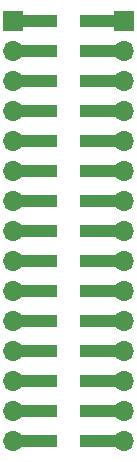
<source format=gbr>
G04 #@! TF.GenerationSoftware,KiCad,Pcbnew,5.0.0-fee4fd1~65~ubuntu17.10.1*
G04 #@! TF.CreationDate,2018-07-21T10:09:42+09:00*
G04 #@! TF.ProjectId,spacer_pcb,7370616365725F7063622E6B69636164,rev?*
G04 #@! TF.SameCoordinates,Original*
G04 #@! TF.FileFunction,Copper,L1,Top,Signal*
G04 #@! TF.FilePolarity,Positive*
%FSLAX46Y46*%
G04 Gerber Fmt 4.6, Leading zero omitted, Abs format (unit mm)*
G04 Created by KiCad (PCBNEW 5.0.0-fee4fd1~65~ubuntu17.10.1) date Sat Jul 21 10:09:42 2018*
%MOMM*%
%LPD*%
G01*
G04 APERTURE LIST*
G04 #@! TA.AperFunction,SMDPad,CuDef*
%ADD10R,3.150000X1.000000*%
G04 #@! TD*
G04 #@! TA.AperFunction,ComponentPad*
%ADD11O,1.700000X1.700000*%
G04 #@! TD*
G04 #@! TA.AperFunction,ComponentPad*
%ADD12R,1.700000X1.700000*%
G04 #@! TD*
G04 APERTURE END LIST*
D10*
G04 #@! TO.P,J2,1*
G04 #@! TO.N,Net-(J1-Pad1)*
X133375000Y-63550800D03*
G04 #@! TO.P,J2,2*
G04 #@! TO.N,Net-(J2-Pad2)*
X138425000Y-63550800D03*
G04 #@! TO.P,J2,3*
G04 #@! TO.N,Net-(J1-Pad2)*
X133375000Y-66090800D03*
G04 #@! TO.P,J2,4*
G04 #@! TO.N,Net-(J2-Pad4)*
X138425000Y-66090800D03*
G04 #@! TO.P,J2,5*
G04 #@! TO.N,Net-(J1-Pad3)*
X133375000Y-68630800D03*
G04 #@! TO.P,J2,6*
G04 #@! TO.N,Net-(J2-Pad6)*
X138425000Y-68630800D03*
G04 #@! TO.P,J2,7*
G04 #@! TO.N,Net-(J1-Pad4)*
X133375000Y-71170800D03*
G04 #@! TO.P,J2,8*
G04 #@! TO.N,Net-(J2-Pad8)*
X138425000Y-71170800D03*
G04 #@! TO.P,J2,9*
G04 #@! TO.N,Net-(J1-Pad5)*
X133375000Y-73710800D03*
G04 #@! TO.P,J2,10*
G04 #@! TO.N,Net-(J2-Pad10)*
X138425000Y-73710800D03*
G04 #@! TO.P,J2,11*
G04 #@! TO.N,Net-(J1-Pad6)*
X133375000Y-76250800D03*
G04 #@! TO.P,J2,12*
G04 #@! TO.N,Net-(J2-Pad12)*
X138425000Y-76250800D03*
G04 #@! TO.P,J2,13*
G04 #@! TO.N,Net-(J1-Pad7)*
X133375000Y-78790800D03*
G04 #@! TO.P,J2,14*
G04 #@! TO.N,Net-(J2-Pad14)*
X138425000Y-78790800D03*
G04 #@! TO.P,J2,15*
G04 #@! TO.N,Net-(J1-Pad8)*
X133375000Y-81330800D03*
G04 #@! TO.P,J2,16*
G04 #@! TO.N,Net-(J2-Pad16)*
X138425000Y-81330800D03*
G04 #@! TO.P,J2,17*
G04 #@! TO.N,Net-(J1-Pad9)*
X133375000Y-83870800D03*
G04 #@! TO.P,J2,18*
G04 #@! TO.N,Net-(J2-Pad18)*
X138425000Y-83870800D03*
G04 #@! TO.P,J2,19*
G04 #@! TO.N,Net-(J1-Pad10)*
X133375000Y-86410800D03*
G04 #@! TO.P,J2,20*
G04 #@! TO.N,Net-(J2-Pad20)*
X138425000Y-86410800D03*
G04 #@! TO.P,J2,21*
G04 #@! TO.N,Net-(J1-Pad11)*
X133375000Y-88950800D03*
G04 #@! TO.P,J2,22*
G04 #@! TO.N,Net-(J2-Pad22)*
X138425000Y-88950800D03*
G04 #@! TO.P,J2,23*
G04 #@! TO.N,Net-(J1-Pad12)*
X133375000Y-91490800D03*
G04 #@! TO.P,J2,24*
G04 #@! TO.N,Net-(J2-Pad24)*
X138425000Y-91490800D03*
G04 #@! TO.P,J2,25*
G04 #@! TO.N,Net-(J1-Pad13)*
X133375000Y-94030800D03*
G04 #@! TO.P,J2,26*
G04 #@! TO.N,Net-(J2-Pad26)*
X138425000Y-94030800D03*
G04 #@! TO.P,J2,27*
G04 #@! TO.N,Net-(J1-Pad14)*
X133375000Y-96570800D03*
G04 #@! TO.P,J2,28*
G04 #@! TO.N,Net-(J2-Pad28)*
X138425000Y-96570800D03*
G04 #@! TO.P,J2,29*
G04 #@! TO.N,Net-(J1-Pad15)*
X133375000Y-99110800D03*
G04 #@! TO.P,J2,30*
G04 #@! TO.N,Net-(J2-Pad30)*
X138425000Y-99110800D03*
G04 #@! TD*
D11*
G04 #@! TO.P,J1,15*
G04 #@! TO.N,Net-(J1-Pad15)*
X131220000Y-99110800D03*
G04 #@! TO.P,J1,14*
G04 #@! TO.N,Net-(J1-Pad14)*
X131220000Y-96570800D03*
G04 #@! TO.P,J1,13*
G04 #@! TO.N,Net-(J1-Pad13)*
X131220000Y-94030800D03*
G04 #@! TO.P,J1,12*
G04 #@! TO.N,Net-(J1-Pad12)*
X131220000Y-91490800D03*
G04 #@! TO.P,J1,11*
G04 #@! TO.N,Net-(J1-Pad11)*
X131220000Y-88950800D03*
G04 #@! TO.P,J1,10*
G04 #@! TO.N,Net-(J1-Pad10)*
X131220000Y-86410800D03*
G04 #@! TO.P,J1,9*
G04 #@! TO.N,Net-(J1-Pad9)*
X131220000Y-83870800D03*
G04 #@! TO.P,J1,8*
G04 #@! TO.N,Net-(J1-Pad8)*
X131220000Y-81330800D03*
G04 #@! TO.P,J1,7*
G04 #@! TO.N,Net-(J1-Pad7)*
X131220000Y-78790800D03*
G04 #@! TO.P,J1,6*
G04 #@! TO.N,Net-(J1-Pad6)*
X131220000Y-76250800D03*
G04 #@! TO.P,J1,5*
G04 #@! TO.N,Net-(J1-Pad5)*
X131220000Y-73710800D03*
G04 #@! TO.P,J1,4*
G04 #@! TO.N,Net-(J1-Pad4)*
X131220000Y-71170800D03*
G04 #@! TO.P,J1,3*
G04 #@! TO.N,Net-(J1-Pad3)*
X131220000Y-68630800D03*
G04 #@! TO.P,J1,2*
G04 #@! TO.N,Net-(J1-Pad2)*
X131220000Y-66090800D03*
D12*
G04 #@! TO.P,J1,1*
G04 #@! TO.N,Net-(J1-Pad1)*
X131220000Y-63550800D03*
G04 #@! TD*
G04 #@! TO.P,J3,1*
G04 #@! TO.N,Net-(J2-Pad2)*
X140580000Y-63550800D03*
D11*
G04 #@! TO.P,J3,2*
G04 #@! TO.N,Net-(J2-Pad4)*
X140580000Y-66090800D03*
G04 #@! TO.P,J3,3*
G04 #@! TO.N,Net-(J2-Pad6)*
X140580000Y-68630800D03*
G04 #@! TO.P,J3,4*
G04 #@! TO.N,Net-(J2-Pad8)*
X140580000Y-71170800D03*
G04 #@! TO.P,J3,5*
G04 #@! TO.N,Net-(J2-Pad10)*
X140580000Y-73710800D03*
G04 #@! TO.P,J3,6*
G04 #@! TO.N,Net-(J2-Pad12)*
X140580000Y-76250800D03*
G04 #@! TO.P,J3,7*
G04 #@! TO.N,Net-(J2-Pad14)*
X140580000Y-78790800D03*
G04 #@! TO.P,J3,8*
G04 #@! TO.N,Net-(J2-Pad16)*
X140580000Y-81330800D03*
G04 #@! TO.P,J3,9*
G04 #@! TO.N,Net-(J2-Pad18)*
X140580000Y-83870800D03*
G04 #@! TO.P,J3,10*
G04 #@! TO.N,Net-(J2-Pad20)*
X140580000Y-86410800D03*
G04 #@! TO.P,J3,11*
G04 #@! TO.N,Net-(J2-Pad22)*
X140580000Y-88950800D03*
G04 #@! TO.P,J3,12*
G04 #@! TO.N,Net-(J2-Pad24)*
X140580000Y-91490800D03*
G04 #@! TO.P,J3,13*
G04 #@! TO.N,Net-(J2-Pad26)*
X140580000Y-94030800D03*
G04 #@! TO.P,J3,14*
G04 #@! TO.N,Net-(J2-Pad28)*
X140580000Y-96570800D03*
G04 #@! TO.P,J3,15*
G04 #@! TO.N,Net-(J2-Pad30)*
X140580000Y-99110800D03*
G04 #@! TD*
M02*

</source>
